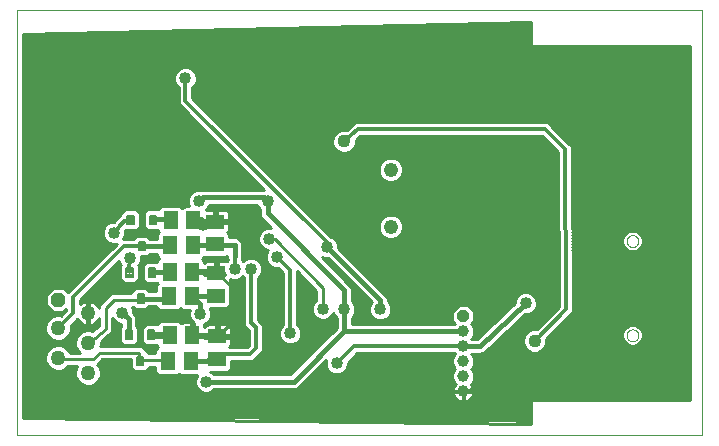
<source format=gbl>
G75*
%MOIN*%
%OFA0B0*%
%FSLAX25Y25*%
%IPPOS*%
%LPD*%
%AMOC8*
5,1,8,0,0,1.08239X$1,22.5*
%
%ADD10C,0.00000*%
%ADD11OC8,0.03962*%
%ADD12C,0.03962*%
%ADD13OC8,0.04750*%
%ADD14C,0.05000*%
%ADD15R,0.05118X0.05906*%
%ADD16C,0.04800*%
%ADD17C,0.00689*%
%ADD18R,0.05906X0.05118*%
%ADD19C,0.01000*%
%ADD20C,0.01600*%
%ADD21C,0.04000*%
%ADD22C,0.01200*%
%ADD23C,0.02400*%
%ADD24C,0.04362*%
D10*
X0001200Y0026800D02*
X0001200Y0168532D01*
X0229546Y0168532D01*
X0229546Y0026800D01*
X0001200Y0026800D01*
X0204349Y0060147D02*
X0204351Y0060235D01*
X0204357Y0060323D01*
X0204367Y0060411D01*
X0204381Y0060499D01*
X0204398Y0060585D01*
X0204420Y0060671D01*
X0204445Y0060755D01*
X0204475Y0060839D01*
X0204507Y0060921D01*
X0204544Y0061001D01*
X0204584Y0061080D01*
X0204628Y0061157D01*
X0204675Y0061232D01*
X0204725Y0061304D01*
X0204779Y0061375D01*
X0204835Y0061442D01*
X0204895Y0061508D01*
X0204957Y0061570D01*
X0205023Y0061630D01*
X0205090Y0061686D01*
X0205161Y0061740D01*
X0205233Y0061790D01*
X0205308Y0061837D01*
X0205385Y0061881D01*
X0205464Y0061921D01*
X0205544Y0061958D01*
X0205626Y0061990D01*
X0205710Y0062020D01*
X0205794Y0062045D01*
X0205880Y0062067D01*
X0205966Y0062084D01*
X0206054Y0062098D01*
X0206142Y0062108D01*
X0206230Y0062114D01*
X0206318Y0062116D01*
X0206406Y0062114D01*
X0206494Y0062108D01*
X0206582Y0062098D01*
X0206670Y0062084D01*
X0206756Y0062067D01*
X0206842Y0062045D01*
X0206926Y0062020D01*
X0207010Y0061990D01*
X0207092Y0061958D01*
X0207172Y0061921D01*
X0207251Y0061881D01*
X0207328Y0061837D01*
X0207403Y0061790D01*
X0207475Y0061740D01*
X0207546Y0061686D01*
X0207613Y0061630D01*
X0207679Y0061570D01*
X0207741Y0061508D01*
X0207801Y0061442D01*
X0207857Y0061375D01*
X0207911Y0061304D01*
X0207961Y0061232D01*
X0208008Y0061157D01*
X0208052Y0061080D01*
X0208092Y0061001D01*
X0208129Y0060921D01*
X0208161Y0060839D01*
X0208191Y0060755D01*
X0208216Y0060671D01*
X0208238Y0060585D01*
X0208255Y0060499D01*
X0208269Y0060411D01*
X0208279Y0060323D01*
X0208285Y0060235D01*
X0208287Y0060147D01*
X0208285Y0060059D01*
X0208279Y0059971D01*
X0208269Y0059883D01*
X0208255Y0059795D01*
X0208238Y0059709D01*
X0208216Y0059623D01*
X0208191Y0059539D01*
X0208161Y0059455D01*
X0208129Y0059373D01*
X0208092Y0059293D01*
X0208052Y0059214D01*
X0208008Y0059137D01*
X0207961Y0059062D01*
X0207911Y0058990D01*
X0207857Y0058919D01*
X0207801Y0058852D01*
X0207741Y0058786D01*
X0207679Y0058724D01*
X0207613Y0058664D01*
X0207546Y0058608D01*
X0207475Y0058554D01*
X0207403Y0058504D01*
X0207328Y0058457D01*
X0207251Y0058413D01*
X0207172Y0058373D01*
X0207092Y0058336D01*
X0207010Y0058304D01*
X0206926Y0058274D01*
X0206842Y0058249D01*
X0206756Y0058227D01*
X0206670Y0058210D01*
X0206582Y0058196D01*
X0206494Y0058186D01*
X0206406Y0058180D01*
X0206318Y0058178D01*
X0206230Y0058180D01*
X0206142Y0058186D01*
X0206054Y0058196D01*
X0205966Y0058210D01*
X0205880Y0058227D01*
X0205794Y0058249D01*
X0205710Y0058274D01*
X0205626Y0058304D01*
X0205544Y0058336D01*
X0205464Y0058373D01*
X0205385Y0058413D01*
X0205308Y0058457D01*
X0205233Y0058504D01*
X0205161Y0058554D01*
X0205090Y0058608D01*
X0205023Y0058664D01*
X0204957Y0058724D01*
X0204895Y0058786D01*
X0204835Y0058852D01*
X0204779Y0058919D01*
X0204725Y0058990D01*
X0204675Y0059062D01*
X0204628Y0059137D01*
X0204584Y0059214D01*
X0204544Y0059293D01*
X0204507Y0059373D01*
X0204475Y0059455D01*
X0204445Y0059539D01*
X0204420Y0059623D01*
X0204398Y0059709D01*
X0204381Y0059795D01*
X0204367Y0059883D01*
X0204357Y0059971D01*
X0204351Y0060059D01*
X0204349Y0060147D01*
X0204349Y0091564D02*
X0204351Y0091652D01*
X0204357Y0091740D01*
X0204367Y0091828D01*
X0204381Y0091916D01*
X0204398Y0092002D01*
X0204420Y0092088D01*
X0204445Y0092172D01*
X0204475Y0092256D01*
X0204507Y0092338D01*
X0204544Y0092418D01*
X0204584Y0092497D01*
X0204628Y0092574D01*
X0204675Y0092649D01*
X0204725Y0092721D01*
X0204779Y0092792D01*
X0204835Y0092859D01*
X0204895Y0092925D01*
X0204957Y0092987D01*
X0205023Y0093047D01*
X0205090Y0093103D01*
X0205161Y0093157D01*
X0205233Y0093207D01*
X0205308Y0093254D01*
X0205385Y0093298D01*
X0205464Y0093338D01*
X0205544Y0093375D01*
X0205626Y0093407D01*
X0205710Y0093437D01*
X0205794Y0093462D01*
X0205880Y0093484D01*
X0205966Y0093501D01*
X0206054Y0093515D01*
X0206142Y0093525D01*
X0206230Y0093531D01*
X0206318Y0093533D01*
X0206406Y0093531D01*
X0206494Y0093525D01*
X0206582Y0093515D01*
X0206670Y0093501D01*
X0206756Y0093484D01*
X0206842Y0093462D01*
X0206926Y0093437D01*
X0207010Y0093407D01*
X0207092Y0093375D01*
X0207172Y0093338D01*
X0207251Y0093298D01*
X0207328Y0093254D01*
X0207403Y0093207D01*
X0207475Y0093157D01*
X0207546Y0093103D01*
X0207613Y0093047D01*
X0207679Y0092987D01*
X0207741Y0092925D01*
X0207801Y0092859D01*
X0207857Y0092792D01*
X0207911Y0092721D01*
X0207961Y0092649D01*
X0208008Y0092574D01*
X0208052Y0092497D01*
X0208092Y0092418D01*
X0208129Y0092338D01*
X0208161Y0092256D01*
X0208191Y0092172D01*
X0208216Y0092088D01*
X0208238Y0092002D01*
X0208255Y0091916D01*
X0208269Y0091828D01*
X0208279Y0091740D01*
X0208285Y0091652D01*
X0208287Y0091564D01*
X0208285Y0091476D01*
X0208279Y0091388D01*
X0208269Y0091300D01*
X0208255Y0091212D01*
X0208238Y0091126D01*
X0208216Y0091040D01*
X0208191Y0090956D01*
X0208161Y0090872D01*
X0208129Y0090790D01*
X0208092Y0090710D01*
X0208052Y0090631D01*
X0208008Y0090554D01*
X0207961Y0090479D01*
X0207911Y0090407D01*
X0207857Y0090336D01*
X0207801Y0090269D01*
X0207741Y0090203D01*
X0207679Y0090141D01*
X0207613Y0090081D01*
X0207546Y0090025D01*
X0207475Y0089971D01*
X0207403Y0089921D01*
X0207328Y0089874D01*
X0207251Y0089830D01*
X0207172Y0089790D01*
X0207092Y0089753D01*
X0207010Y0089721D01*
X0206926Y0089691D01*
X0206842Y0089666D01*
X0206756Y0089644D01*
X0206670Y0089627D01*
X0206582Y0089613D01*
X0206494Y0089603D01*
X0206406Y0089597D01*
X0206318Y0089595D01*
X0206230Y0089597D01*
X0206142Y0089603D01*
X0206054Y0089613D01*
X0205966Y0089627D01*
X0205880Y0089644D01*
X0205794Y0089666D01*
X0205710Y0089691D01*
X0205626Y0089721D01*
X0205544Y0089753D01*
X0205464Y0089790D01*
X0205385Y0089830D01*
X0205308Y0089874D01*
X0205233Y0089921D01*
X0205161Y0089971D01*
X0205090Y0090025D01*
X0205023Y0090081D01*
X0204957Y0090141D01*
X0204895Y0090203D01*
X0204835Y0090269D01*
X0204779Y0090336D01*
X0204725Y0090407D01*
X0204675Y0090479D01*
X0204628Y0090554D01*
X0204584Y0090631D01*
X0204544Y0090710D01*
X0204507Y0090790D01*
X0204475Y0090872D01*
X0204445Y0090956D01*
X0204420Y0091040D01*
X0204398Y0091126D01*
X0204381Y0091212D01*
X0204367Y0091300D01*
X0204357Y0091388D01*
X0204351Y0091476D01*
X0204349Y0091564D01*
D11*
X0149948Y0066493D03*
D12*
X0149948Y0061493D03*
X0149948Y0056493D03*
X0149948Y0051493D03*
X0149948Y0046493D03*
X0149948Y0041493D03*
D13*
X0014850Y0071935D03*
D14*
X0024850Y0067560D03*
X0014850Y0062560D03*
X0024850Y0057560D03*
X0014850Y0052560D03*
X0024850Y0047560D03*
D15*
X0051550Y0051544D03*
X0059031Y0051544D03*
X0059535Y0060233D03*
X0052054Y0060233D03*
X0051865Y0073304D03*
X0059346Y0073304D03*
X0059472Y0081367D03*
X0051991Y0081367D03*
X0052176Y0090229D03*
X0059657Y0090229D03*
X0059854Y0098674D03*
X0052373Y0098674D03*
D16*
X0125767Y0096300D03*
X0125767Y0115300D03*
D17*
X0047492Y0100070D02*
X0045424Y0100070D01*
X0047492Y0100070D02*
X0047492Y0097216D01*
X0045424Y0097216D01*
X0045424Y0100070D01*
X0045424Y0097904D02*
X0047492Y0097904D01*
X0047492Y0098592D02*
X0045424Y0098592D01*
X0045424Y0099280D02*
X0047492Y0099280D01*
X0047492Y0099968D02*
X0045424Y0099968D01*
X0039992Y0100071D02*
X0037924Y0100071D01*
X0039992Y0100071D02*
X0039992Y0097217D01*
X0037924Y0097217D01*
X0037924Y0100071D01*
X0037924Y0097905D02*
X0039992Y0097905D01*
X0039992Y0098593D02*
X0037924Y0098593D01*
X0037924Y0099281D02*
X0039992Y0099281D01*
X0039992Y0099969D02*
X0037924Y0099969D01*
X0041674Y0091320D02*
X0043742Y0091320D01*
X0043742Y0088466D01*
X0041674Y0088466D01*
X0041674Y0091320D01*
X0041674Y0089154D02*
X0043742Y0089154D01*
X0043742Y0089842D02*
X0041674Y0089842D01*
X0041674Y0090530D02*
X0043742Y0090530D01*
X0043742Y0091218D02*
X0041674Y0091218D01*
X0039669Y0082571D02*
X0037601Y0082571D01*
X0039669Y0082571D02*
X0039669Y0079717D01*
X0037601Y0079717D01*
X0037601Y0082571D01*
X0037601Y0080405D02*
X0039669Y0080405D01*
X0039669Y0081093D02*
X0037601Y0081093D01*
X0037601Y0081781D02*
X0039669Y0081781D01*
X0039669Y0082469D02*
X0037601Y0082469D01*
X0045101Y0082570D02*
X0047169Y0082570D01*
X0047169Y0079716D01*
X0045101Y0079716D01*
X0045101Y0082570D01*
X0045101Y0080404D02*
X0047169Y0080404D01*
X0047169Y0081092D02*
X0045101Y0081092D01*
X0045101Y0081780D02*
X0047169Y0081780D01*
X0047169Y0082468D02*
X0045101Y0082468D01*
X0043419Y0073820D02*
X0041351Y0073820D01*
X0043419Y0073820D02*
X0043419Y0070966D01*
X0041351Y0070966D01*
X0041351Y0073820D01*
X0041351Y0071654D02*
X0043419Y0071654D01*
X0043419Y0072342D02*
X0041351Y0072342D01*
X0041351Y0073030D02*
X0043419Y0073030D01*
X0043419Y0073718D02*
X0041351Y0073718D01*
X0039488Y0061760D02*
X0037420Y0061760D01*
X0039488Y0061760D02*
X0039488Y0058906D01*
X0037420Y0058906D01*
X0037420Y0061760D01*
X0037420Y0059594D02*
X0039488Y0059594D01*
X0039488Y0060282D02*
X0037420Y0060282D01*
X0037420Y0060970D02*
X0039488Y0060970D01*
X0039488Y0061658D02*
X0037420Y0061658D01*
X0044920Y0061759D02*
X0046988Y0061759D01*
X0046988Y0058905D01*
X0044920Y0058905D01*
X0044920Y0061759D01*
X0044920Y0059593D02*
X0046988Y0059593D01*
X0046988Y0060281D02*
X0044920Y0060281D01*
X0044920Y0060969D02*
X0046988Y0060969D01*
X0046988Y0061657D02*
X0044920Y0061657D01*
X0043238Y0053009D02*
X0041170Y0053009D01*
X0043238Y0053009D02*
X0043238Y0050155D01*
X0041170Y0050155D01*
X0041170Y0053009D01*
X0041170Y0050843D02*
X0043238Y0050843D01*
X0043238Y0051531D02*
X0041170Y0051531D01*
X0041170Y0052219D02*
X0043238Y0052219D01*
X0043238Y0052907D02*
X0041170Y0052907D01*
D18*
X0067885Y0052280D03*
X0067885Y0059761D03*
X0067649Y0073395D03*
X0067649Y0080875D03*
X0067271Y0090544D03*
X0067271Y0098025D03*
D19*
X0067200Y0098300D01*
X0063200Y0098300D01*
X0060600Y0098300D01*
X0059854Y0098674D01*
X0060354Y0098693D02*
X0062818Y0098693D01*
X0062818Y0098524D02*
X0066771Y0098524D01*
X0066771Y0097525D01*
X0063913Y0097525D01*
X0063913Y0098174D01*
X0060354Y0098174D01*
X0060354Y0099174D01*
X0062818Y0099174D01*
X0062818Y0098524D01*
X0063913Y0097694D02*
X0066771Y0097694D01*
X0066771Y0098525D02*
X0066771Y0102084D01*
X0064121Y0102084D01*
X0064114Y0102082D01*
X0064837Y0102804D01*
X0065208Y0103700D01*
X0081192Y0103700D01*
X0081563Y0102804D01*
X0082200Y0102167D01*
X0082200Y0100303D01*
X0082581Y0099384D01*
X0083284Y0098681D01*
X0085985Y0095980D01*
X0085936Y0096000D01*
X0084464Y0096000D01*
X0083104Y0095437D01*
X0082063Y0094396D01*
X0081500Y0093036D01*
X0081500Y0091564D01*
X0082063Y0090204D01*
X0083104Y0089163D01*
X0084464Y0088600D01*
X0084767Y0088600D01*
X0084563Y0088396D01*
X0084000Y0087036D01*
X0084000Y0085564D01*
X0084563Y0084204D01*
X0085604Y0083163D01*
X0086964Y0082600D01*
X0088147Y0082600D01*
X0089900Y0080847D01*
X0089900Y0063733D01*
X0089063Y0062896D01*
X0088500Y0061536D01*
X0088500Y0060064D01*
X0089063Y0058704D01*
X0090104Y0057663D01*
X0091464Y0057100D01*
X0092936Y0057100D01*
X0094296Y0057663D01*
X0095337Y0058704D01*
X0095900Y0060064D01*
X0095900Y0061536D01*
X0095337Y0062896D01*
X0094500Y0063733D01*
X0094500Y0081610D01*
X0100900Y0075009D01*
X0100900Y0071933D01*
X0099963Y0070996D01*
X0099400Y0069636D01*
X0099400Y0068164D01*
X0099963Y0066804D01*
X0101004Y0065763D01*
X0102364Y0065200D01*
X0103836Y0065200D01*
X0105196Y0065763D01*
X0106237Y0066804D01*
X0106629Y0067752D01*
X0107063Y0066704D01*
X0107700Y0066067D01*
X0107700Y0062529D01*
X0092289Y0047118D01*
X0066933Y0047118D01*
X0066296Y0047755D01*
X0065652Y0048021D01*
X0071542Y0048021D01*
X0072538Y0049017D01*
X0072538Y0051500D01*
X0079653Y0051500D01*
X0081000Y0052847D01*
X0083000Y0054847D01*
X0083000Y0063753D01*
X0081653Y0065100D01*
X0081500Y0065253D01*
X0081500Y0079367D01*
X0082337Y0080204D01*
X0082900Y0081564D01*
X0082900Y0083036D01*
X0082337Y0084396D01*
X0081296Y0085437D01*
X0079936Y0086000D01*
X0078464Y0086000D01*
X0077104Y0085437D01*
X0076450Y0084783D01*
X0076000Y0085233D01*
X0076000Y0085584D01*
X0076200Y0086067D01*
X0076200Y0090797D01*
X0075819Y0091716D01*
X0075116Y0092419D01*
X0074197Y0092800D01*
X0073203Y0092800D01*
X0072166Y0092800D01*
X0072137Y0092811D01*
X0071924Y0092806D01*
X0071924Y0093807D01*
X0071305Y0094426D01*
X0071424Y0094544D01*
X0071621Y0094886D01*
X0071724Y0095268D01*
X0071724Y0097525D01*
X0067771Y0097525D01*
X0067771Y0098524D01*
X0071724Y0098524D01*
X0071724Y0100781D01*
X0071621Y0101163D01*
X0071424Y0101505D01*
X0071145Y0101784D01*
X0070803Y0101981D01*
X0070421Y0102084D01*
X0067771Y0102084D01*
X0067771Y0098525D01*
X0066771Y0098525D01*
X0066771Y0098693D02*
X0067771Y0098693D01*
X0067771Y0099691D02*
X0066771Y0099691D01*
X0066771Y0100690D02*
X0067771Y0100690D01*
X0067771Y0101688D02*
X0066771Y0101688D01*
X0064719Y0102687D02*
X0081681Y0102687D01*
X0081198Y0103685D02*
X0065202Y0103685D01*
X0062503Y0108700D02*
X0062261Y0108600D01*
X0060964Y0108600D01*
X0059604Y0108037D01*
X0058563Y0106996D01*
X0058000Y0105636D01*
X0058000Y0104164D01*
X0058430Y0103127D01*
X0057097Y0103127D01*
X0056716Y0103025D01*
X0056373Y0102827D01*
X0056255Y0102708D01*
X0055636Y0103327D01*
X0049110Y0103327D01*
X0048114Y0102331D01*
X0048114Y0102115D01*
X0044578Y0102115D01*
X0043380Y0100917D01*
X0043380Y0096369D01*
X0044578Y0095172D01*
X0048114Y0095172D01*
X0048114Y0095017D01*
X0048581Y0094550D01*
X0047917Y0093886D01*
X0047917Y0092393D01*
X0045560Y0092393D01*
X0044588Y0093365D01*
X0040828Y0093365D01*
X0039763Y0092300D01*
X0036576Y0092300D01*
X0037100Y0093564D01*
X0037100Y0095036D01*
X0037219Y0095172D01*
X0040838Y0095172D01*
X0042036Y0096370D01*
X0042036Y0100918D01*
X0040838Y0102115D01*
X0037078Y0102115D01*
X0035880Y0100918D01*
X0035880Y0100537D01*
X0035796Y0100532D01*
X0035219Y0099872D01*
X0034600Y0099253D01*
X0034600Y0099164D01*
X0033581Y0098000D01*
X0032664Y0098000D01*
X0031304Y0097437D01*
X0030263Y0096396D01*
X0029700Y0095036D01*
X0029700Y0093564D01*
X0030263Y0092204D01*
X0031304Y0091163D01*
X0032664Y0090600D01*
X0034136Y0090600D01*
X0034326Y0090679D01*
X0018947Y0075300D01*
X0018097Y0074450D01*
X0016537Y0076010D01*
X0013162Y0076010D01*
X0010775Y0073623D01*
X0010775Y0070247D01*
X0013162Y0067860D01*
X0016537Y0067860D01*
X0017600Y0068923D01*
X0017600Y0068453D01*
X0015842Y0066695D01*
X0015685Y0066760D01*
X0014014Y0066760D01*
X0012470Y0066121D01*
X0011289Y0064939D01*
X0010650Y0063395D01*
X0010650Y0061724D01*
X0011289Y0060181D01*
X0012470Y0058999D01*
X0014014Y0058360D01*
X0015685Y0058360D01*
X0017229Y0058999D01*
X0018410Y0060181D01*
X0019050Y0061724D01*
X0019050Y0063395D01*
X0019049Y0063397D01*
X0021310Y0065657D01*
X0021743Y0065010D01*
X0022300Y0064453D01*
X0022955Y0064015D01*
X0023683Y0063714D01*
X0024456Y0063560D01*
X0024562Y0063560D01*
X0024562Y0067272D01*
X0025137Y0067272D01*
X0025137Y0063560D01*
X0025244Y0063560D01*
X0026016Y0063714D01*
X0026744Y0064015D01*
X0027399Y0064453D01*
X0027957Y0065010D01*
X0028394Y0065665D01*
X0028500Y0065920D01*
X0028500Y0063333D01*
X0026299Y0061506D01*
X0025685Y0061760D01*
X0024014Y0061760D01*
X0022470Y0061121D01*
X0021289Y0059939D01*
X0020650Y0058395D01*
X0020650Y0056724D01*
X0021289Y0055181D01*
X0022170Y0054300D01*
X0018675Y0054300D01*
X0018410Y0054939D01*
X0017229Y0056121D01*
X0015685Y0056760D01*
X0014014Y0056760D01*
X0012470Y0056121D01*
X0011289Y0054939D01*
X0010650Y0053395D01*
X0010650Y0051724D01*
X0011289Y0050181D01*
X0012470Y0048999D01*
X0014014Y0048360D01*
X0015685Y0048360D01*
X0017229Y0048999D01*
X0018129Y0049900D01*
X0021273Y0049900D01*
X0020650Y0048395D01*
X0020650Y0046724D01*
X0021289Y0045181D01*
X0022470Y0043999D01*
X0024014Y0043360D01*
X0025685Y0043360D01*
X0027229Y0043999D01*
X0028410Y0045181D01*
X0029050Y0046724D01*
X0029050Y0048395D01*
X0028410Y0049939D01*
X0027930Y0050419D01*
X0028700Y0051189D01*
X0029611Y0052100D01*
X0039126Y0052100D01*
X0039126Y0049308D01*
X0040324Y0048111D01*
X0044084Y0048111D01*
X0045282Y0049308D01*
X0045282Y0049700D01*
X0047291Y0049700D01*
X0047291Y0047887D01*
X0048287Y0046891D01*
X0054814Y0046891D01*
X0055291Y0047368D01*
X0055767Y0046891D01*
X0061241Y0046891D01*
X0061063Y0046714D01*
X0060500Y0045354D01*
X0060500Y0043882D01*
X0061063Y0042522D01*
X0062104Y0041481D01*
X0063464Y0040918D01*
X0064936Y0040918D01*
X0066296Y0041481D01*
X0066933Y0042118D01*
X0093822Y0042118D01*
X0094741Y0042498D01*
X0104157Y0051914D01*
X0104000Y0051536D01*
X0104000Y0050064D01*
X0104563Y0048704D01*
X0105604Y0047663D01*
X0106964Y0047100D01*
X0108436Y0047100D01*
X0109796Y0047663D01*
X0110837Y0048704D01*
X0111400Y0050064D01*
X0111400Y0051047D01*
X0114553Y0054200D01*
X0147035Y0054200D01*
X0147242Y0053993D01*
X0146827Y0053578D01*
X0146267Y0052225D01*
X0146267Y0050761D01*
X0146827Y0049408D01*
X0147242Y0048993D01*
X0146827Y0048578D01*
X0146267Y0047225D01*
X0146267Y0045761D01*
X0146827Y0044408D01*
X0147384Y0043852D01*
X0147244Y0043712D01*
X0146863Y0043142D01*
X0146601Y0042508D01*
X0146467Y0041836D01*
X0146467Y0041584D01*
X0149857Y0041584D01*
X0149857Y0041402D01*
X0150039Y0041402D01*
X0150039Y0041584D01*
X0153429Y0041584D01*
X0153429Y0041836D01*
X0153295Y0042508D01*
X0153033Y0043142D01*
X0152652Y0043712D01*
X0152512Y0043852D01*
X0153069Y0044408D01*
X0153629Y0045761D01*
X0153629Y0047225D01*
X0153069Y0048578D01*
X0152654Y0048993D01*
X0153069Y0049408D01*
X0153629Y0050761D01*
X0153629Y0052225D01*
X0153069Y0053578D01*
X0152654Y0053993D01*
X0155351Y0053993D01*
X0155806Y0053978D01*
X0155846Y0053993D01*
X0155890Y0053993D01*
X0156311Y0054167D01*
X0156737Y0054327D01*
X0156769Y0054357D01*
X0156809Y0054374D01*
X0157131Y0054695D01*
X0170403Y0067100D01*
X0171436Y0067100D01*
X0172796Y0067663D01*
X0173837Y0068704D01*
X0174400Y0070064D01*
X0174400Y0071536D01*
X0173837Y0072896D01*
X0172796Y0073937D01*
X0171436Y0074500D01*
X0169964Y0074500D01*
X0168604Y0073937D01*
X0167563Y0072896D01*
X0167000Y0071536D01*
X0167000Y0070764D01*
X0154406Y0058993D01*
X0152654Y0058993D01*
X0153069Y0059408D01*
X0153629Y0060761D01*
X0153629Y0062225D01*
X0153069Y0063578D01*
X0152654Y0063993D01*
X0153629Y0064968D01*
X0153629Y0068018D01*
X0151473Y0070174D01*
X0148423Y0070174D01*
X0146267Y0068018D01*
X0146267Y0064968D01*
X0147242Y0063993D01*
X0112700Y0063993D01*
X0112700Y0066067D01*
X0113337Y0066704D01*
X0113900Y0068064D01*
X0113900Y0069536D01*
X0113337Y0070896D01*
X0112700Y0071533D01*
X0112700Y0075797D01*
X0112319Y0076716D01*
X0111616Y0077419D01*
X0102791Y0086245D01*
X0103864Y0085800D01*
X0104764Y0085800D01*
X0119366Y0071199D01*
X0119063Y0070896D01*
X0118500Y0069536D01*
X0118500Y0068064D01*
X0119063Y0066704D01*
X0120104Y0065663D01*
X0121464Y0065100D01*
X0122936Y0065100D01*
X0124296Y0065663D01*
X0125337Y0066704D01*
X0125900Y0068064D01*
X0125900Y0069536D01*
X0125337Y0070896D01*
X0124700Y0071533D01*
X0124700Y0072397D01*
X0124319Y0073316D01*
X0123616Y0074019D01*
X0108300Y0089336D01*
X0108300Y0090236D01*
X0107737Y0091596D01*
X0106696Y0092637D01*
X0105706Y0093047D01*
X0059600Y0139153D01*
X0059600Y0142867D01*
X0060437Y0143704D01*
X0061000Y0145064D01*
X0061000Y0146536D01*
X0060437Y0147896D01*
X0059396Y0148937D01*
X0058036Y0149500D01*
X0056564Y0149500D01*
X0055204Y0148937D01*
X0054163Y0147896D01*
X0053600Y0146536D01*
X0053600Y0145064D01*
X0054163Y0143704D01*
X0055000Y0142867D01*
X0055000Y0137247D01*
X0083547Y0108700D01*
X0062503Y0108700D01*
X0062449Y0108678D02*
X0003169Y0108678D01*
X0003169Y0107680D02*
X0059247Y0107680D01*
X0058433Y0106681D02*
X0003169Y0106681D01*
X0003169Y0105682D02*
X0058019Y0105682D01*
X0058000Y0104684D02*
X0003169Y0104684D01*
X0003169Y0103685D02*
X0058198Y0103685D01*
X0048470Y0102687D02*
X0003169Y0102687D01*
X0003169Y0101688D02*
X0036651Y0101688D01*
X0035880Y0100690D02*
X0003169Y0100690D01*
X0003169Y0099691D02*
X0035039Y0099691D01*
X0034188Y0098693D02*
X0003169Y0098693D01*
X0003169Y0097694D02*
X0031926Y0097694D01*
X0030563Y0096696D02*
X0003169Y0096696D01*
X0003169Y0095697D02*
X0029974Y0095697D01*
X0029700Y0094699D02*
X0003169Y0094699D01*
X0003169Y0093700D02*
X0029700Y0093700D01*
X0030057Y0092702D02*
X0003169Y0092702D01*
X0003169Y0091703D02*
X0030764Y0091703D01*
X0032411Y0090705D02*
X0003169Y0090705D01*
X0003169Y0089706D02*
X0033354Y0089706D01*
X0032355Y0088708D02*
X0003169Y0088708D01*
X0003169Y0087709D02*
X0031357Y0087709D01*
X0030358Y0086711D02*
X0003169Y0086711D01*
X0003169Y0085712D02*
X0029359Y0085712D01*
X0028361Y0084714D02*
X0003169Y0084714D01*
X0003169Y0083715D02*
X0027362Y0083715D01*
X0026364Y0082717D02*
X0003169Y0082717D01*
X0003169Y0081718D02*
X0025365Y0081718D01*
X0024367Y0080720D02*
X0003169Y0080720D01*
X0003169Y0079721D02*
X0023368Y0079721D01*
X0022370Y0078723D02*
X0003169Y0078723D01*
X0003169Y0077724D02*
X0021371Y0077724D01*
X0020373Y0076726D02*
X0003169Y0076726D01*
X0003169Y0075727D02*
X0012879Y0075727D01*
X0011880Y0074729D02*
X0003169Y0074729D01*
X0003169Y0073730D02*
X0010882Y0073730D01*
X0010775Y0072732D02*
X0003169Y0072732D01*
X0003169Y0071733D02*
X0010775Y0071733D01*
X0010775Y0070735D02*
X0003169Y0070735D01*
X0003169Y0069736D02*
X0011286Y0069736D01*
X0012285Y0068738D02*
X0003169Y0068738D01*
X0003169Y0067739D02*
X0016886Y0067739D01*
X0017415Y0068738D02*
X0017600Y0068738D01*
X0015888Y0066741D02*
X0015732Y0066741D01*
X0013967Y0066741D02*
X0003169Y0066741D01*
X0003169Y0065742D02*
X0012092Y0065742D01*
X0011208Y0064744D02*
X0003169Y0064744D01*
X0003169Y0063745D02*
X0010794Y0063745D01*
X0010650Y0062747D02*
X0003169Y0062747D01*
X0003169Y0061748D02*
X0010650Y0061748D01*
X0011053Y0060749D02*
X0003169Y0060749D01*
X0003169Y0059751D02*
X0011719Y0059751D01*
X0013067Y0058752D02*
X0003169Y0058752D01*
X0003169Y0057754D02*
X0020650Y0057754D01*
X0020650Y0056755D02*
X0015696Y0056755D01*
X0014003Y0056755D02*
X0003169Y0056755D01*
X0003169Y0055757D02*
X0012107Y0055757D01*
X0011214Y0054758D02*
X0003169Y0054758D01*
X0003169Y0053760D02*
X0010801Y0053760D01*
X0010650Y0052761D02*
X0003169Y0052761D01*
X0003169Y0051763D02*
X0010650Y0051763D01*
X0011047Y0050764D02*
X0003169Y0050764D01*
X0003169Y0049766D02*
X0011704Y0049766D01*
X0013031Y0048767D02*
X0003169Y0048767D01*
X0003169Y0047769D02*
X0020650Y0047769D01*
X0020650Y0046770D02*
X0003169Y0046770D01*
X0003169Y0045772D02*
X0021044Y0045772D01*
X0021697Y0044773D02*
X0003169Y0044773D01*
X0003169Y0043775D02*
X0023013Y0043775D01*
X0026687Y0043775D02*
X0060544Y0043775D01*
X0060500Y0044773D02*
X0028003Y0044773D01*
X0028655Y0045772D02*
X0060673Y0045772D01*
X0061120Y0046770D02*
X0029050Y0046770D01*
X0029050Y0047769D02*
X0047410Y0047769D01*
X0047291Y0048767D02*
X0044741Y0048767D01*
X0042204Y0051582D02*
X0041900Y0054300D01*
X0028700Y0054300D01*
X0026500Y0052100D01*
X0015500Y0052100D01*
X0014850Y0052560D01*
X0017995Y0049766D02*
X0021217Y0049766D01*
X0020804Y0048767D02*
X0016669Y0048767D01*
X0018485Y0054758D02*
X0021711Y0054758D01*
X0021050Y0055757D02*
X0017592Y0055757D01*
X0016633Y0058752D02*
X0020798Y0058752D01*
X0021211Y0059751D02*
X0017980Y0059751D01*
X0018646Y0060749D02*
X0022099Y0060749D01*
X0023985Y0061748D02*
X0019050Y0061748D01*
X0019050Y0062747D02*
X0027794Y0062747D01*
X0028500Y0063745D02*
X0026092Y0063745D01*
X0025137Y0063745D02*
X0024562Y0063745D01*
X0023607Y0063745D02*
X0019398Y0063745D01*
X0020396Y0064744D02*
X0022009Y0064744D01*
X0024562Y0064744D02*
X0025137Y0064744D01*
X0025137Y0065742D02*
X0024562Y0065742D01*
X0024562Y0066741D02*
X0025137Y0066741D01*
X0025137Y0067847D02*
X0024562Y0067847D01*
X0024562Y0071560D01*
X0024456Y0071560D01*
X0023683Y0071406D01*
X0022955Y0071105D01*
X0022300Y0070667D01*
X0022200Y0070567D01*
X0022200Y0072047D01*
X0035063Y0084911D01*
X0035563Y0083704D01*
X0035703Y0083564D01*
X0035557Y0083418D01*
X0035557Y0078870D01*
X0036755Y0077672D01*
X0040515Y0077672D01*
X0041713Y0078870D01*
X0041713Y0083418D01*
X0041632Y0083499D01*
X0041837Y0083704D01*
X0042400Y0085064D01*
X0042400Y0086422D01*
X0044588Y0086422D01*
X0045560Y0087393D01*
X0047917Y0087393D01*
X0047917Y0086572D01*
X0048599Y0085891D01*
X0047732Y0085024D01*
X0047732Y0084615D01*
X0044255Y0084615D01*
X0043057Y0083417D01*
X0043057Y0078869D01*
X0044255Y0077672D01*
X0047771Y0077672D01*
X0048044Y0077399D01*
X0047606Y0076961D01*
X0047606Y0074893D01*
X0045237Y0074893D01*
X0044265Y0075865D01*
X0040505Y0075865D01*
X0039307Y0074667D01*
X0039307Y0074100D01*
X0032489Y0074100D01*
X0028500Y0070111D01*
X0028500Y0069200D01*
X0028394Y0069455D01*
X0027957Y0070110D01*
X0027399Y0070667D01*
X0026744Y0071105D01*
X0026016Y0071406D01*
X0025244Y0071560D01*
X0025137Y0071560D01*
X0025137Y0067847D01*
X0025137Y0068738D02*
X0024562Y0068738D01*
X0024562Y0069736D02*
X0025137Y0069736D01*
X0025137Y0070735D02*
X0024562Y0070735D01*
X0022401Y0070735D02*
X0022200Y0070735D01*
X0022200Y0071733D02*
X0030122Y0071733D01*
X0031120Y0072732D02*
X0022884Y0072732D01*
X0023883Y0073730D02*
X0032119Y0073730D01*
X0033400Y0071900D02*
X0030700Y0069200D01*
X0030700Y0062300D01*
X0025400Y0057900D01*
X0024900Y0057600D01*
X0024850Y0057560D01*
X0029050Y0057754D02*
X0035681Y0057754D01*
X0035376Y0058059D02*
X0036574Y0056861D01*
X0040334Y0056861D01*
X0041532Y0058059D01*
X0041532Y0062607D01*
X0040954Y0063185D01*
X0040954Y0065943D01*
X0040573Y0066862D01*
X0039900Y0067536D01*
X0039900Y0068436D01*
X0039376Y0069700D01*
X0039726Y0069700D01*
X0040505Y0068922D01*
X0044265Y0068922D01*
X0045237Y0069893D01*
X0047606Y0069893D01*
X0047606Y0069647D01*
X0048602Y0068651D01*
X0055129Y0068651D01*
X0055605Y0069128D01*
X0056082Y0068651D01*
X0058755Y0068651D01*
X0058500Y0068036D01*
X0058500Y0066564D01*
X0059063Y0065204D01*
X0060035Y0064233D01*
X0060035Y0060733D01*
X0063432Y0060733D01*
X0063432Y0060261D01*
X0067385Y0060261D01*
X0067385Y0063820D01*
X0064735Y0063820D01*
X0064353Y0063718D01*
X0064011Y0063520D01*
X0063732Y0063241D01*
X0063594Y0063001D01*
X0063594Y0063383D01*
X0063491Y0063765D01*
X0063461Y0063818D01*
X0064296Y0064163D01*
X0065337Y0065204D01*
X0065900Y0066564D01*
X0065900Y0068036D01*
X0065445Y0069136D01*
X0071306Y0069136D01*
X0072302Y0070131D01*
X0072302Y0076658D01*
X0071683Y0077276D01*
X0071802Y0077395D01*
X0071999Y0077737D01*
X0072102Y0078118D01*
X0072102Y0078957D01*
X0072964Y0078600D01*
X0074436Y0078600D01*
X0075796Y0079163D01*
X0076450Y0079818D01*
X0076900Y0079367D01*
X0076900Y0063347D01*
X0078400Y0061847D01*
X0078400Y0056753D01*
X0077747Y0056100D01*
X0071981Y0056100D01*
X0071919Y0056162D01*
X0072038Y0056281D01*
X0072236Y0056623D01*
X0072338Y0057004D01*
X0072338Y0059261D01*
X0068385Y0059261D01*
X0068385Y0060261D01*
X0067385Y0060261D01*
X0067385Y0059261D01*
X0063594Y0059261D01*
X0063594Y0059733D01*
X0060035Y0059733D01*
X0060035Y0060733D01*
X0059035Y0060733D01*
X0059035Y0064686D01*
X0056778Y0064686D01*
X0056397Y0064584D01*
X0056055Y0064386D01*
X0055936Y0064268D01*
X0055318Y0064886D01*
X0048791Y0064886D01*
X0047795Y0063890D01*
X0047795Y0063804D01*
X0044074Y0063804D01*
X0042876Y0062606D01*
X0042876Y0058058D01*
X0044074Y0056861D01*
X0047795Y0056861D01*
X0047795Y0056576D01*
X0048231Y0056141D01*
X0047291Y0055201D01*
X0047291Y0054100D01*
X0045038Y0054100D01*
X0044100Y0055038D01*
X0044100Y0055211D01*
X0044001Y0055311D01*
X0043985Y0055450D01*
X0043369Y0055942D01*
X0042811Y0056500D01*
X0042671Y0056500D01*
X0042561Y0056588D01*
X0041777Y0056500D01*
X0028957Y0056500D01*
X0029050Y0056724D01*
X0029050Y0058071D01*
X0031494Y0060100D01*
X0031611Y0060100D01*
X0032184Y0060672D01*
X0032806Y0061189D01*
X0032817Y0061306D01*
X0032900Y0061389D01*
X0032900Y0062198D01*
X0032975Y0063004D01*
X0032900Y0063094D01*
X0032900Y0065998D01*
X0033063Y0065604D01*
X0034104Y0064563D01*
X0035464Y0064000D01*
X0035954Y0064000D01*
X0035954Y0063185D01*
X0035376Y0062607D01*
X0035376Y0058059D01*
X0035376Y0058752D02*
X0029871Y0058752D01*
X0031074Y0059751D02*
X0035376Y0059751D01*
X0035376Y0060749D02*
X0032276Y0060749D01*
X0032900Y0061748D02*
X0035376Y0061748D01*
X0035516Y0062747D02*
X0032951Y0062747D01*
X0032900Y0063745D02*
X0035954Y0063745D01*
X0033924Y0064744D02*
X0032900Y0064744D01*
X0032900Y0065742D02*
X0033006Y0065742D01*
X0028500Y0065742D02*
X0028426Y0065742D01*
X0028500Y0064744D02*
X0027690Y0064744D01*
X0026591Y0061748D02*
X0025714Y0061748D01*
X0029050Y0056755D02*
X0047795Y0056755D01*
X0047847Y0055757D02*
X0043601Y0055757D01*
X0044380Y0054758D02*
X0047291Y0054758D01*
X0051300Y0051900D02*
X0042500Y0051900D01*
X0042204Y0051582D01*
X0039126Y0051763D02*
X0029274Y0051763D01*
X0028276Y0050764D02*
X0039126Y0050764D01*
X0039126Y0049766D02*
X0028482Y0049766D01*
X0028896Y0048767D02*
X0039667Y0048767D01*
X0051300Y0051900D02*
X0051550Y0051544D01*
X0043180Y0057754D02*
X0041227Y0057754D01*
X0041532Y0058752D02*
X0042876Y0058752D01*
X0042876Y0059751D02*
X0041532Y0059751D01*
X0041532Y0060749D02*
X0042876Y0060749D01*
X0042876Y0061748D02*
X0041532Y0061748D01*
X0041392Y0062747D02*
X0043016Y0062747D01*
X0044015Y0063745D02*
X0040954Y0063745D01*
X0040954Y0064744D02*
X0048649Y0064744D01*
X0048516Y0068738D02*
X0039775Y0068738D01*
X0039900Y0067739D02*
X0058500Y0067739D01*
X0058500Y0066741D02*
X0040624Y0066741D01*
X0040954Y0065742D02*
X0058841Y0065742D01*
X0059524Y0064744D02*
X0055460Y0064744D01*
X0059035Y0063745D02*
X0060035Y0063745D01*
X0060035Y0062747D02*
X0059035Y0062747D01*
X0059035Y0061748D02*
X0060035Y0061748D01*
X0060035Y0060749D02*
X0059035Y0060749D01*
X0059535Y0060233D02*
X0060100Y0060700D01*
X0067800Y0060700D01*
X0067885Y0059761D01*
X0068900Y0059600D01*
X0068385Y0059751D02*
X0078400Y0059751D01*
X0078400Y0060749D02*
X0072338Y0060749D01*
X0072338Y0060261D02*
X0072338Y0062517D01*
X0072236Y0062899D01*
X0072038Y0063241D01*
X0071759Y0063520D01*
X0071417Y0063718D01*
X0071035Y0063820D01*
X0068385Y0063820D01*
X0068385Y0060261D01*
X0072338Y0060261D01*
X0072338Y0061748D02*
X0078400Y0061748D01*
X0077501Y0062747D02*
X0072276Y0062747D01*
X0072200Y0063800D02*
X0068900Y0060700D01*
X0067885Y0059761D01*
X0067385Y0059751D02*
X0060035Y0059751D01*
X0063497Y0063745D02*
X0064456Y0063745D01*
X0064876Y0064744D02*
X0076900Y0064744D01*
X0076900Y0065742D02*
X0065559Y0065742D01*
X0065900Y0066741D02*
X0076900Y0066741D01*
X0076900Y0067739D02*
X0065900Y0067739D01*
X0065609Y0068738D02*
X0076900Y0068738D01*
X0076900Y0069736D02*
X0071906Y0069736D01*
X0072302Y0070735D02*
X0076900Y0070735D01*
X0076900Y0071733D02*
X0072302Y0071733D01*
X0072302Y0072732D02*
X0076900Y0072732D01*
X0076900Y0073730D02*
X0072302Y0073730D01*
X0072302Y0074729D02*
X0076900Y0074729D01*
X0076900Y0075727D02*
X0072302Y0075727D01*
X0072700Y0076300D02*
X0072700Y0064300D01*
X0072200Y0063800D01*
X0071314Y0063745D02*
X0076900Y0063745D01*
X0075400Y0059600D02*
X0076500Y0059100D01*
X0078400Y0058752D02*
X0072338Y0058752D01*
X0072338Y0057754D02*
X0078400Y0057754D01*
X0078400Y0056755D02*
X0072271Y0056755D01*
X0068385Y0060749D02*
X0067385Y0060749D01*
X0067385Y0061748D02*
X0068385Y0061748D01*
X0068385Y0062747D02*
X0067385Y0062747D01*
X0067385Y0063745D02*
X0068385Y0063745D01*
X0081500Y0065742D02*
X0089900Y0065742D01*
X0089900Y0064744D02*
X0082009Y0064744D01*
X0083000Y0063745D02*
X0089900Y0063745D01*
X0089001Y0062747D02*
X0083000Y0062747D01*
X0083000Y0061748D02*
X0088588Y0061748D01*
X0088500Y0060749D02*
X0083000Y0060749D01*
X0083000Y0059751D02*
X0088630Y0059751D01*
X0089043Y0058752D02*
X0083000Y0058752D01*
X0083000Y0057754D02*
X0090014Y0057754D01*
X0094386Y0057754D02*
X0102925Y0057754D01*
X0101927Y0056755D02*
X0083000Y0056755D01*
X0083000Y0055757D02*
X0100928Y0055757D01*
X0099930Y0054758D02*
X0082911Y0054758D01*
X0081912Y0053760D02*
X0098931Y0053760D01*
X0097933Y0052761D02*
X0080914Y0052761D01*
X0079915Y0051763D02*
X0096934Y0051763D01*
X0095936Y0050764D02*
X0072538Y0050764D01*
X0072538Y0049766D02*
X0094937Y0049766D01*
X0093939Y0048767D02*
X0072288Y0048767D01*
X0066261Y0047769D02*
X0092940Y0047769D01*
X0097016Y0044773D02*
X0146676Y0044773D01*
X0146267Y0045772D02*
X0098014Y0045772D01*
X0099013Y0046770D02*
X0146267Y0046770D01*
X0146492Y0047769D02*
X0109901Y0047769D01*
X0110863Y0048767D02*
X0147016Y0048767D01*
X0146679Y0049766D02*
X0111276Y0049766D01*
X0111400Y0050764D02*
X0146267Y0050764D01*
X0146267Y0051763D02*
X0112115Y0051763D01*
X0113114Y0052761D02*
X0146489Y0052761D01*
X0147009Y0053760D02*
X0114112Y0053760D01*
X0105499Y0047769D02*
X0100011Y0047769D01*
X0101010Y0048767D02*
X0104537Y0048767D01*
X0104124Y0049766D02*
X0102008Y0049766D01*
X0103007Y0050764D02*
X0104000Y0050764D01*
X0104005Y0051763D02*
X0104094Y0051763D01*
X0103924Y0058752D02*
X0095357Y0058752D01*
X0095770Y0059751D02*
X0104922Y0059751D01*
X0105921Y0060749D02*
X0095900Y0060749D01*
X0095812Y0061748D02*
X0106919Y0061748D01*
X0107700Y0062747D02*
X0095399Y0062747D01*
X0094500Y0063745D02*
X0107700Y0063745D01*
X0107700Y0064744D02*
X0094500Y0064744D01*
X0094500Y0065742D02*
X0101056Y0065742D01*
X0100027Y0066741D02*
X0094500Y0066741D01*
X0094500Y0067739D02*
X0099576Y0067739D01*
X0099400Y0068738D02*
X0094500Y0068738D01*
X0094500Y0069736D02*
X0099441Y0069736D01*
X0099855Y0070735D02*
X0094500Y0070735D01*
X0094500Y0071733D02*
X0100700Y0071733D01*
X0100900Y0072732D02*
X0094500Y0072732D01*
X0094500Y0073730D02*
X0100900Y0073730D01*
X0100900Y0074729D02*
X0094500Y0074729D01*
X0094500Y0075727D02*
X0100203Y0075727D01*
X0099235Y0076726D02*
X0094500Y0076726D01*
X0094500Y0077724D02*
X0098267Y0077724D01*
X0097299Y0078723D02*
X0094500Y0078723D01*
X0094500Y0079721D02*
X0096331Y0079721D01*
X0095363Y0080720D02*
X0094500Y0080720D01*
X0089900Y0080720D02*
X0082550Y0080720D01*
X0082900Y0081718D02*
X0089029Y0081718D01*
X0086682Y0082717D02*
X0082900Y0082717D01*
X0082619Y0083715D02*
X0085052Y0083715D01*
X0084352Y0084714D02*
X0082019Y0084714D01*
X0080631Y0085712D02*
X0084000Y0085712D01*
X0084000Y0086711D02*
X0076200Y0086711D01*
X0076200Y0087709D02*
X0084279Y0087709D01*
X0084204Y0088708D02*
X0076200Y0088708D01*
X0076200Y0089706D02*
X0082561Y0089706D01*
X0081856Y0090705D02*
X0076200Y0090705D01*
X0075825Y0091703D02*
X0081500Y0091703D01*
X0081500Y0092702D02*
X0074434Y0092702D01*
X0071924Y0093700D02*
X0081775Y0093700D01*
X0082366Y0094699D02*
X0071513Y0094699D01*
X0071724Y0095697D02*
X0083733Y0095697D01*
X0085269Y0096696D02*
X0071724Y0096696D01*
X0071724Y0098693D02*
X0083272Y0098693D01*
X0082453Y0099691D02*
X0071724Y0099691D01*
X0071724Y0100690D02*
X0082200Y0100690D01*
X0082200Y0101688D02*
X0071240Y0101688D01*
X0067771Y0097694D02*
X0084270Y0097694D01*
X0085200Y0092300D02*
X0087200Y0092300D01*
X0103100Y0075900D01*
X0103100Y0068900D01*
X0106624Y0067739D02*
X0106635Y0067739D01*
X0107048Y0066741D02*
X0106173Y0066741D01*
X0105144Y0065742D02*
X0107700Y0065742D01*
X0112700Y0065742D02*
X0120025Y0065742D01*
X0119048Y0066741D02*
X0113352Y0066741D01*
X0113765Y0067739D02*
X0118635Y0067739D01*
X0118500Y0068738D02*
X0113900Y0068738D01*
X0113817Y0069736D02*
X0118583Y0069736D01*
X0118996Y0070735D02*
X0113404Y0070735D01*
X0112700Y0071733D02*
X0118831Y0071733D01*
X0117833Y0072732D02*
X0112700Y0072732D01*
X0112700Y0073730D02*
X0116834Y0073730D01*
X0115836Y0074729D02*
X0112700Y0074729D01*
X0112700Y0075727D02*
X0114837Y0075727D01*
X0113839Y0076726D02*
X0112310Y0076726D01*
X0112840Y0077724D02*
X0111311Y0077724D01*
X0111842Y0078723D02*
X0110313Y0078723D01*
X0110843Y0079721D02*
X0109314Y0079721D01*
X0109845Y0080720D02*
X0108316Y0080720D01*
X0108846Y0081718D02*
X0107317Y0081718D01*
X0107848Y0082717D02*
X0106319Y0082717D01*
X0106849Y0083715D02*
X0105320Y0083715D01*
X0105851Y0084714D02*
X0104322Y0084714D01*
X0104852Y0085712D02*
X0103323Y0085712D01*
X0104600Y0089500D02*
X0104700Y0090800D01*
X0106539Y0092702D02*
X0123740Y0092702D01*
X0123444Y0092824D02*
X0124951Y0092200D01*
X0126582Y0092200D01*
X0128089Y0092824D01*
X0129243Y0093978D01*
X0129867Y0095485D01*
X0129867Y0097116D01*
X0129243Y0098623D01*
X0128089Y0099776D01*
X0126582Y0100400D01*
X0124951Y0100400D01*
X0123444Y0099776D01*
X0122291Y0098623D01*
X0121667Y0097116D01*
X0121667Y0095485D01*
X0122291Y0093978D01*
X0123444Y0092824D01*
X0122568Y0093700D02*
X0105052Y0093700D01*
X0104054Y0094699D02*
X0121992Y0094699D01*
X0121667Y0095697D02*
X0103055Y0095697D01*
X0102057Y0096696D02*
X0121667Y0096696D01*
X0121907Y0097694D02*
X0101058Y0097694D01*
X0100060Y0098693D02*
X0122361Y0098693D01*
X0123360Y0099691D02*
X0099061Y0099691D01*
X0098063Y0100690D02*
X0181602Y0100690D01*
X0181593Y0101688D02*
X0097064Y0101688D01*
X0096066Y0102687D02*
X0181583Y0102687D01*
X0181574Y0103685D02*
X0095067Y0103685D01*
X0094069Y0104684D02*
X0181565Y0104684D01*
X0181555Y0105682D02*
X0093070Y0105682D01*
X0092072Y0106681D02*
X0181546Y0106681D01*
X0181537Y0107680D02*
X0091073Y0107680D01*
X0090075Y0108678D02*
X0181527Y0108678D01*
X0181518Y0109677D02*
X0089076Y0109677D01*
X0088078Y0110675D02*
X0181509Y0110675D01*
X0181499Y0111674D02*
X0127725Y0111674D01*
X0128089Y0111824D02*
X0129243Y0112978D01*
X0129867Y0114485D01*
X0129867Y0116116D01*
X0129243Y0117623D01*
X0128089Y0118776D01*
X0126582Y0119400D01*
X0124951Y0119400D01*
X0123444Y0118776D01*
X0122291Y0117623D01*
X0121667Y0116116D01*
X0121667Y0114485D01*
X0122291Y0112978D01*
X0123444Y0111824D01*
X0124951Y0111200D01*
X0126582Y0111200D01*
X0128089Y0111824D01*
X0128937Y0112672D02*
X0181490Y0112672D01*
X0181481Y0113671D02*
X0129530Y0113671D01*
X0129867Y0114669D02*
X0181471Y0114669D01*
X0181462Y0115668D02*
X0129867Y0115668D01*
X0129639Y0116666D02*
X0181453Y0116666D01*
X0181443Y0117665D02*
X0129201Y0117665D01*
X0128202Y0118663D02*
X0181434Y0118663D01*
X0181425Y0119662D02*
X0079091Y0119662D01*
X0078093Y0120660D02*
X0181415Y0120660D01*
X0181409Y0121339D02*
X0181891Y0069744D01*
X0174328Y0062181D01*
X0172928Y0062181D01*
X0171502Y0061590D01*
X0170410Y0060499D01*
X0169819Y0059072D01*
X0169819Y0057528D01*
X0170410Y0056102D01*
X0171502Y0055010D01*
X0172928Y0054419D01*
X0174472Y0054419D01*
X0175898Y0055010D01*
X0176990Y0056102D01*
X0177581Y0057528D01*
X0177581Y0058929D01*
X0185162Y0066509D01*
X0185174Y0066509D01*
X0185834Y0067181D01*
X0186500Y0067847D01*
X0186500Y0067860D01*
X0186509Y0067869D01*
X0186500Y0068810D01*
X0186500Y0069753D01*
X0186491Y0069762D01*
X0186000Y0122311D01*
X0186000Y0123253D01*
X0185991Y0123262D01*
X0185991Y0123274D01*
X0185319Y0123934D01*
X0179500Y0129753D01*
X0178153Y0131100D01*
X0114768Y0131100D01*
X0113884Y0131152D01*
X0113826Y0131100D01*
X0113747Y0131100D01*
X0113122Y0130474D01*
X0111062Y0128644D01*
X0110972Y0128681D01*
X0109428Y0128681D01*
X0108002Y0128090D01*
X0106910Y0126999D01*
X0106319Y0125572D01*
X0106319Y0124028D01*
X0106910Y0122602D01*
X0108002Y0121510D01*
X0109428Y0120919D01*
X0110972Y0120919D01*
X0112398Y0121510D01*
X0113490Y0122602D01*
X0114081Y0124028D01*
X0114081Y0125173D01*
X0115574Y0126500D01*
X0176247Y0126500D01*
X0181409Y0121339D01*
X0181089Y0121659D02*
X0112547Y0121659D01*
X0113513Y0122657D02*
X0180090Y0122657D01*
X0179092Y0123656D02*
X0113927Y0123656D01*
X0114081Y0124654D02*
X0178093Y0124654D01*
X0177095Y0125653D02*
X0114621Y0125653D01*
X0111067Y0128648D02*
X0111052Y0128648D01*
X0112191Y0129647D02*
X0069106Y0129647D01*
X0068107Y0130645D02*
X0113293Y0130645D01*
X0109348Y0128648D02*
X0070105Y0128648D01*
X0071103Y0127650D02*
X0107561Y0127650D01*
X0106766Y0126651D02*
X0072102Y0126651D01*
X0073100Y0125653D02*
X0106352Y0125653D01*
X0106319Y0124654D02*
X0074099Y0124654D01*
X0075097Y0123656D02*
X0106473Y0123656D01*
X0106887Y0122657D02*
X0076096Y0122657D01*
X0077094Y0121659D02*
X0107853Y0121659D01*
X0121895Y0116666D02*
X0082087Y0116666D01*
X0083085Y0115668D02*
X0121667Y0115668D01*
X0121667Y0114669D02*
X0084084Y0114669D01*
X0085082Y0113671D02*
X0122004Y0113671D01*
X0122597Y0112672D02*
X0086081Y0112672D01*
X0087079Y0111674D02*
X0123808Y0111674D01*
X0122333Y0117665D02*
X0081088Y0117665D01*
X0080090Y0118663D02*
X0123332Y0118663D01*
X0128174Y0099691D02*
X0181611Y0099691D01*
X0181621Y0098693D02*
X0129172Y0098693D01*
X0129627Y0097694D02*
X0181630Y0097694D01*
X0181639Y0096696D02*
X0129867Y0096696D01*
X0129867Y0095697D02*
X0181649Y0095697D01*
X0181658Y0094699D02*
X0129541Y0094699D01*
X0128965Y0093700D02*
X0181667Y0093700D01*
X0181677Y0092702D02*
X0127794Y0092702D01*
X0115917Y0081718D02*
X0181779Y0081718D01*
X0181788Y0080720D02*
X0116916Y0080720D01*
X0117914Y0079721D02*
X0181798Y0079721D01*
X0181807Y0078723D02*
X0118913Y0078723D01*
X0119911Y0077724D02*
X0181816Y0077724D01*
X0181826Y0076726D02*
X0120910Y0076726D01*
X0121908Y0075727D02*
X0181835Y0075727D01*
X0181844Y0074729D02*
X0122907Y0074729D01*
X0123905Y0073730D02*
X0168397Y0073730D01*
X0167495Y0072732D02*
X0124562Y0072732D01*
X0124700Y0071733D02*
X0167082Y0071733D01*
X0166969Y0070735D02*
X0125404Y0070735D01*
X0125817Y0069736D02*
X0147985Y0069736D01*
X0146987Y0068738D02*
X0125900Y0068738D01*
X0125765Y0067739D02*
X0146267Y0067739D01*
X0146267Y0066741D02*
X0125352Y0066741D01*
X0124375Y0065742D02*
X0146267Y0065742D01*
X0146492Y0064744D02*
X0112700Y0064744D01*
X0114919Y0082717D02*
X0181770Y0082717D01*
X0181761Y0083715D02*
X0113920Y0083715D01*
X0112922Y0084714D02*
X0181751Y0084714D01*
X0181742Y0085712D02*
X0111923Y0085712D01*
X0110925Y0086711D02*
X0181733Y0086711D01*
X0181723Y0087709D02*
X0109926Y0087709D01*
X0108928Y0088708D02*
X0181714Y0088708D01*
X0181705Y0089706D02*
X0108300Y0089706D01*
X0108106Y0090705D02*
X0181695Y0090705D01*
X0181686Y0091703D02*
X0107629Y0091703D01*
X0089900Y0079721D02*
X0081854Y0079721D01*
X0081500Y0078723D02*
X0089900Y0078723D01*
X0089900Y0077724D02*
X0081500Y0077724D01*
X0081500Y0076726D02*
X0089900Y0076726D01*
X0089900Y0075727D02*
X0081500Y0075727D01*
X0081500Y0074729D02*
X0089900Y0074729D01*
X0089900Y0073730D02*
X0081500Y0073730D01*
X0081500Y0072732D02*
X0089900Y0072732D01*
X0089900Y0071733D02*
X0081500Y0071733D01*
X0081500Y0070735D02*
X0089900Y0070735D01*
X0089900Y0069736D02*
X0081500Y0069736D01*
X0081500Y0068738D02*
X0089900Y0068738D01*
X0089900Y0067739D02*
X0081500Y0067739D01*
X0081500Y0066741D02*
X0089900Y0066741D01*
X0076900Y0076726D02*
X0072234Y0076726D01*
X0072700Y0076300D02*
X0068300Y0080700D01*
X0067649Y0080875D01*
X0067200Y0081800D01*
X0059500Y0081800D01*
X0059472Y0081367D01*
X0059972Y0081718D02*
X0063196Y0081718D01*
X0063196Y0081867D02*
X0063196Y0081375D01*
X0067149Y0081375D01*
X0067149Y0084934D01*
X0064499Y0084934D01*
X0064117Y0084832D01*
X0063775Y0084634D01*
X0063531Y0084390D01*
X0063531Y0084517D01*
X0063428Y0084899D01*
X0063231Y0085241D01*
X0062952Y0085520D01*
X0062854Y0085576D01*
X0062920Y0085576D01*
X0063629Y0086285D01*
X0070928Y0086285D01*
X0071200Y0086557D01*
X0071200Y0086067D01*
X0071400Y0085584D01*
X0071400Y0085233D01*
X0071037Y0084870D01*
X0070799Y0084934D01*
X0068149Y0084934D01*
X0068149Y0081375D01*
X0070078Y0081375D01*
X0070493Y0080375D01*
X0068149Y0080375D01*
X0068149Y0081375D01*
X0067149Y0081375D01*
X0067149Y0080375D01*
X0063531Y0080375D01*
X0063531Y0080867D01*
X0059972Y0080867D01*
X0059972Y0081867D01*
X0063196Y0081867D01*
X0063531Y0080720D02*
X0067149Y0080720D01*
X0067149Y0081718D02*
X0068149Y0081718D01*
X0068149Y0080720D02*
X0070350Y0080720D01*
X0072102Y0078723D02*
X0072668Y0078723D01*
X0071992Y0077724D02*
X0076900Y0077724D01*
X0076900Y0078723D02*
X0074732Y0078723D01*
X0076354Y0079721D02*
X0076546Y0079721D01*
X0076053Y0085712D02*
X0077769Y0085712D01*
X0071347Y0085712D02*
X0063056Y0085712D01*
X0063478Y0084714D02*
X0063913Y0084714D01*
X0067149Y0084714D02*
X0068149Y0084714D01*
X0068149Y0083715D02*
X0067149Y0083715D01*
X0067149Y0082717D02*
X0068149Y0082717D01*
X0055996Y0068738D02*
X0055215Y0068738D01*
X0047606Y0069736D02*
X0045080Y0069736D01*
X0042385Y0072393D02*
X0041900Y0071900D01*
X0033400Y0071900D01*
X0029123Y0070735D02*
X0027298Y0070735D01*
X0028206Y0069736D02*
X0028500Y0069736D01*
X0024881Y0074729D02*
X0039368Y0074729D01*
X0040367Y0075727D02*
X0025880Y0075727D01*
X0026878Y0076726D02*
X0047606Y0076726D01*
X0047606Y0075727D02*
X0044403Y0075727D01*
X0044202Y0077724D02*
X0040567Y0077724D01*
X0041566Y0078723D02*
X0043204Y0078723D01*
X0043057Y0079721D02*
X0041713Y0079721D01*
X0041713Y0080720D02*
X0043057Y0080720D01*
X0043057Y0081718D02*
X0041713Y0081718D01*
X0041713Y0082717D02*
X0043057Y0082717D01*
X0043355Y0083715D02*
X0041841Y0083715D01*
X0042255Y0084714D02*
X0047732Y0084714D01*
X0048421Y0085712D02*
X0042400Y0085712D01*
X0044877Y0086711D02*
X0047917Y0086711D01*
X0042708Y0089893D02*
X0042400Y0090000D01*
X0040164Y0092702D02*
X0036743Y0092702D01*
X0037100Y0093700D02*
X0047917Y0093700D01*
X0047917Y0092702D02*
X0045251Y0092702D01*
X0048432Y0094699D02*
X0037100Y0094699D01*
X0041363Y0095697D02*
X0044052Y0095697D01*
X0043380Y0096696D02*
X0042036Y0096696D01*
X0042036Y0097694D02*
X0043380Y0097694D01*
X0043380Y0098693D02*
X0042036Y0098693D01*
X0042036Y0099691D02*
X0043380Y0099691D01*
X0043380Y0100690D02*
X0042036Y0100690D01*
X0041265Y0101688D02*
X0044151Y0101688D01*
X0038958Y0098644D02*
X0038600Y0098300D01*
X0035145Y0084714D02*
X0034866Y0084714D01*
X0035559Y0083715D02*
X0033868Y0083715D01*
X0032869Y0082717D02*
X0035557Y0082717D01*
X0035557Y0081718D02*
X0031871Y0081718D01*
X0030872Y0080720D02*
X0035557Y0080720D01*
X0035557Y0079721D02*
X0029874Y0079721D01*
X0028875Y0078723D02*
X0035704Y0078723D01*
X0036703Y0077724D02*
X0027877Y0077724D01*
X0019374Y0075727D02*
X0016820Y0075727D01*
X0017819Y0074729D02*
X0018376Y0074729D01*
X0015500Y0063100D02*
X0014850Y0062560D01*
X0003169Y0042776D02*
X0060958Y0042776D01*
X0061807Y0041778D02*
X0003169Y0041778D01*
X0003169Y0040779D02*
X0146541Y0040779D01*
X0146601Y0040478D02*
X0146467Y0041150D01*
X0146467Y0041402D01*
X0149857Y0041402D01*
X0149857Y0038012D01*
X0149605Y0038012D01*
X0148933Y0038146D01*
X0148299Y0038408D01*
X0147729Y0038789D01*
X0147244Y0039274D01*
X0146863Y0039844D01*
X0146601Y0040478D01*
X0146905Y0039781D02*
X0003169Y0039781D01*
X0003169Y0038782D02*
X0147739Y0038782D01*
X0149857Y0038782D02*
X0150039Y0038782D01*
X0150039Y0038012D02*
X0150291Y0038012D01*
X0150963Y0038146D01*
X0151597Y0038408D01*
X0152167Y0038789D01*
X0152652Y0039274D01*
X0153033Y0039844D01*
X0153295Y0040478D01*
X0153429Y0041150D01*
X0153429Y0041402D01*
X0150039Y0041402D01*
X0150039Y0038012D01*
X0150039Y0039781D02*
X0149857Y0039781D01*
X0149857Y0040779D02*
X0150039Y0040779D01*
X0152991Y0039781D02*
X0225609Y0039781D01*
X0225609Y0040779D02*
X0153355Y0040779D01*
X0153429Y0041778D02*
X0225609Y0041778D01*
X0225609Y0042776D02*
X0153184Y0042776D01*
X0152589Y0043775D02*
X0225609Y0043775D01*
X0225609Y0044773D02*
X0153220Y0044773D01*
X0153629Y0045772D02*
X0225609Y0045772D01*
X0225609Y0046770D02*
X0153629Y0046770D01*
X0153404Y0047769D02*
X0225609Y0047769D01*
X0225609Y0048767D02*
X0152880Y0048767D01*
X0153217Y0049766D02*
X0225609Y0049766D01*
X0225609Y0050764D02*
X0153629Y0050764D01*
X0153629Y0051763D02*
X0225609Y0051763D01*
X0225609Y0052761D02*
X0153407Y0052761D01*
X0152887Y0053760D02*
X0225609Y0053760D01*
X0225609Y0054758D02*
X0175291Y0054758D01*
X0176646Y0055757D02*
X0225609Y0055757D01*
X0225609Y0056755D02*
X0207195Y0056755D01*
X0207008Y0056678D02*
X0208283Y0057206D01*
X0209259Y0058182D01*
X0209787Y0059457D01*
X0209787Y0060836D01*
X0209259Y0062111D01*
X0208283Y0063087D01*
X0207008Y0063615D01*
X0205628Y0063615D01*
X0204353Y0063087D01*
X0203378Y0062111D01*
X0202850Y0060836D01*
X0202850Y0059457D01*
X0203378Y0058182D01*
X0204353Y0057206D01*
X0205628Y0056678D01*
X0207008Y0056678D01*
X0205441Y0056755D02*
X0177261Y0056755D01*
X0177581Y0057754D02*
X0203806Y0057754D01*
X0203141Y0058752D02*
X0177581Y0058752D01*
X0178404Y0059751D02*
X0202850Y0059751D01*
X0202850Y0060749D02*
X0179402Y0060749D01*
X0180401Y0061748D02*
X0203227Y0061748D01*
X0204013Y0062747D02*
X0181399Y0062747D01*
X0182398Y0063745D02*
X0225609Y0063745D01*
X0225609Y0062747D02*
X0208623Y0062747D01*
X0209409Y0061748D02*
X0225609Y0061748D01*
X0225609Y0060749D02*
X0209787Y0060749D01*
X0209787Y0059751D02*
X0225609Y0059751D01*
X0225609Y0058752D02*
X0209495Y0058752D01*
X0208831Y0057754D02*
X0225609Y0057754D01*
X0225609Y0064744D02*
X0183396Y0064744D01*
X0184395Y0065742D02*
X0225609Y0065742D01*
X0225609Y0066741D02*
X0185401Y0066741D01*
X0186392Y0067739D02*
X0225609Y0067739D01*
X0225609Y0068738D02*
X0186501Y0068738D01*
X0186500Y0069736D02*
X0225609Y0069736D01*
X0225609Y0070735D02*
X0186482Y0070735D01*
X0186473Y0071733D02*
X0225609Y0071733D01*
X0225609Y0072732D02*
X0186463Y0072732D01*
X0186454Y0073730D02*
X0225609Y0073730D01*
X0225609Y0074729D02*
X0186445Y0074729D01*
X0186435Y0075727D02*
X0225609Y0075727D01*
X0225609Y0076726D02*
X0186426Y0076726D01*
X0186417Y0077724D02*
X0225609Y0077724D01*
X0225609Y0078723D02*
X0186407Y0078723D01*
X0186398Y0079721D02*
X0225609Y0079721D01*
X0225609Y0080720D02*
X0186389Y0080720D01*
X0186379Y0081718D02*
X0225609Y0081718D01*
X0225609Y0082717D02*
X0186370Y0082717D01*
X0186361Y0083715D02*
X0225609Y0083715D01*
X0225609Y0084714D02*
X0186351Y0084714D01*
X0186342Y0085712D02*
X0225609Y0085712D01*
X0225609Y0086711D02*
X0186333Y0086711D01*
X0186323Y0087709D02*
X0225609Y0087709D01*
X0225609Y0088708D02*
X0208367Y0088708D01*
X0208283Y0088623D02*
X0209259Y0089599D01*
X0209787Y0090874D01*
X0209787Y0092254D01*
X0209259Y0093529D01*
X0208283Y0094504D01*
X0207008Y0095032D01*
X0205628Y0095032D01*
X0204353Y0094504D01*
X0203378Y0093529D01*
X0202850Y0092254D01*
X0202850Y0090874D01*
X0203378Y0089599D01*
X0204353Y0088623D01*
X0205628Y0088095D01*
X0207008Y0088095D01*
X0208283Y0088623D01*
X0209303Y0089706D02*
X0225609Y0089706D01*
X0225609Y0090705D02*
X0209717Y0090705D01*
X0209787Y0091703D02*
X0225609Y0091703D01*
X0225609Y0092702D02*
X0209601Y0092702D01*
X0209087Y0093700D02*
X0225609Y0093700D01*
X0225609Y0094699D02*
X0207813Y0094699D01*
X0204823Y0094699D02*
X0186258Y0094699D01*
X0186249Y0095697D02*
X0225609Y0095697D01*
X0225609Y0096696D02*
X0186239Y0096696D01*
X0186230Y0097694D02*
X0225609Y0097694D01*
X0225609Y0098693D02*
X0186221Y0098693D01*
X0186211Y0099691D02*
X0225609Y0099691D01*
X0225609Y0100690D02*
X0186202Y0100690D01*
X0186193Y0101688D02*
X0225609Y0101688D01*
X0225609Y0102687D02*
X0186183Y0102687D01*
X0186174Y0103685D02*
X0225609Y0103685D01*
X0225609Y0104684D02*
X0186165Y0104684D01*
X0186155Y0105682D02*
X0225609Y0105682D01*
X0225609Y0106681D02*
X0186146Y0106681D01*
X0186137Y0107680D02*
X0225609Y0107680D01*
X0225609Y0108678D02*
X0186127Y0108678D01*
X0186118Y0109677D02*
X0225609Y0109677D01*
X0225609Y0110675D02*
X0186109Y0110675D01*
X0186099Y0111674D02*
X0225609Y0111674D01*
X0225609Y0112672D02*
X0186090Y0112672D01*
X0186081Y0113671D02*
X0225609Y0113671D01*
X0225609Y0114669D02*
X0186071Y0114669D01*
X0186062Y0115668D02*
X0225609Y0115668D01*
X0225609Y0116666D02*
X0186053Y0116666D01*
X0186043Y0117665D02*
X0225609Y0117665D01*
X0225609Y0118663D02*
X0186034Y0118663D01*
X0186025Y0119662D02*
X0225609Y0119662D01*
X0225609Y0120660D02*
X0186015Y0120660D01*
X0186006Y0121659D02*
X0225609Y0121659D01*
X0225609Y0122657D02*
X0186000Y0122657D01*
X0185602Y0123656D02*
X0225609Y0123656D01*
X0225609Y0124654D02*
X0184599Y0124654D01*
X0183600Y0125653D02*
X0225609Y0125653D01*
X0225609Y0126651D02*
X0182602Y0126651D01*
X0181603Y0127650D02*
X0225609Y0127650D01*
X0225609Y0128648D02*
X0180605Y0128648D01*
X0179606Y0129647D02*
X0225609Y0129647D01*
X0225609Y0130645D02*
X0178607Y0130645D01*
X0172460Y0156721D02*
X0225609Y0156721D01*
X0225609Y0038611D01*
X0172460Y0038611D01*
X0172460Y0030737D01*
X0003169Y0032706D01*
X0003169Y0160658D01*
X0172460Y0164595D01*
X0172429Y0164595D01*
X0172460Y0164595D02*
X0172460Y0156721D01*
X0172460Y0157605D02*
X0003169Y0157605D01*
X0003169Y0156607D02*
X0225609Y0156607D01*
X0225609Y0155608D02*
X0003169Y0155608D01*
X0003169Y0154610D02*
X0225609Y0154610D01*
X0225609Y0153611D02*
X0003169Y0153611D01*
X0003169Y0152613D02*
X0225609Y0152613D01*
X0225609Y0151614D02*
X0003169Y0151614D01*
X0003169Y0150616D02*
X0225609Y0150616D01*
X0225609Y0149617D02*
X0003169Y0149617D01*
X0003169Y0148618D02*
X0054886Y0148618D01*
X0054049Y0147620D02*
X0003169Y0147620D01*
X0003169Y0146621D02*
X0053635Y0146621D01*
X0053600Y0145623D02*
X0003169Y0145623D01*
X0003169Y0144624D02*
X0053782Y0144624D01*
X0054242Y0143626D02*
X0003169Y0143626D01*
X0003169Y0142627D02*
X0055000Y0142627D01*
X0055000Y0141629D02*
X0003169Y0141629D01*
X0003169Y0140630D02*
X0055000Y0140630D01*
X0055000Y0139632D02*
X0003169Y0139632D01*
X0003169Y0138633D02*
X0055000Y0138633D01*
X0055000Y0137635D02*
X0003169Y0137635D01*
X0003169Y0136636D02*
X0055611Y0136636D01*
X0056610Y0135638D02*
X0003169Y0135638D01*
X0003169Y0134639D02*
X0057608Y0134639D01*
X0058607Y0133641D02*
X0003169Y0133641D01*
X0003169Y0132642D02*
X0059605Y0132642D01*
X0060604Y0131644D02*
X0003169Y0131644D01*
X0003169Y0130645D02*
X0061602Y0130645D01*
X0062601Y0129647D02*
X0003169Y0129647D01*
X0003169Y0128648D02*
X0063599Y0128648D01*
X0064598Y0127650D02*
X0003169Y0127650D01*
X0003169Y0126651D02*
X0065596Y0126651D01*
X0066595Y0125653D02*
X0003169Y0125653D01*
X0003169Y0124654D02*
X0067593Y0124654D01*
X0068592Y0123656D02*
X0003169Y0123656D01*
X0003169Y0122657D02*
X0069590Y0122657D01*
X0070589Y0121659D02*
X0003169Y0121659D01*
X0003169Y0120660D02*
X0071587Y0120660D01*
X0072586Y0119662D02*
X0003169Y0119662D01*
X0003169Y0118663D02*
X0073584Y0118663D01*
X0074583Y0117665D02*
X0003169Y0117665D01*
X0003169Y0116666D02*
X0075581Y0116666D01*
X0076580Y0115668D02*
X0003169Y0115668D01*
X0003169Y0114669D02*
X0077578Y0114669D01*
X0078577Y0113671D02*
X0003169Y0113671D01*
X0003169Y0112672D02*
X0079575Y0112672D01*
X0080574Y0111674D02*
X0003169Y0111674D01*
X0003169Y0110675D02*
X0081572Y0110675D01*
X0082571Y0109677D02*
X0003169Y0109677D01*
X0038600Y0081800D02*
X0038635Y0081144D01*
X0066593Y0041778D02*
X0146467Y0041778D01*
X0146712Y0042776D02*
X0095019Y0042776D01*
X0096017Y0043775D02*
X0147307Y0043775D01*
X0152157Y0038782D02*
X0225609Y0038782D01*
X0180885Y0068738D02*
X0173851Y0068738D01*
X0174264Y0069736D02*
X0181883Y0069736D01*
X0181882Y0070735D02*
X0174400Y0070735D01*
X0174318Y0071733D02*
X0181872Y0071733D01*
X0181863Y0072732D02*
X0173905Y0072732D01*
X0173003Y0073730D02*
X0181854Y0073730D01*
X0179886Y0067739D02*
X0172872Y0067739D01*
X0170018Y0066741D02*
X0178888Y0066741D01*
X0177889Y0065742D02*
X0168950Y0065742D01*
X0167881Y0064744D02*
X0176891Y0064744D01*
X0175892Y0063745D02*
X0166813Y0063745D01*
X0165745Y0062747D02*
X0174894Y0062747D01*
X0171882Y0061748D02*
X0164676Y0061748D01*
X0163608Y0060749D02*
X0170661Y0060749D01*
X0170100Y0059751D02*
X0162540Y0059751D01*
X0161471Y0058752D02*
X0169819Y0058752D01*
X0169819Y0057754D02*
X0160403Y0057754D01*
X0159335Y0056755D02*
X0170139Y0056755D01*
X0170754Y0055757D02*
X0158267Y0055757D01*
X0157198Y0054758D02*
X0172109Y0054758D01*
X0159491Y0063745D02*
X0152902Y0063745D01*
X0153404Y0064744D02*
X0160559Y0064744D01*
X0161627Y0065742D02*
X0153629Y0065742D01*
X0153629Y0066741D02*
X0162696Y0066741D01*
X0163764Y0067739D02*
X0153629Y0067739D01*
X0152909Y0068738D02*
X0164832Y0068738D01*
X0165900Y0069736D02*
X0151911Y0069736D01*
X0147242Y0063993D02*
X0147242Y0063993D01*
X0153413Y0062747D02*
X0158422Y0062747D01*
X0157354Y0061748D02*
X0153629Y0061748D01*
X0153624Y0060749D02*
X0156286Y0060749D01*
X0155217Y0059751D02*
X0153211Y0059751D01*
X0152654Y0058993D02*
X0152654Y0058993D01*
X0149948Y0056493D02*
X0149700Y0056500D01*
X0172460Y0037784D02*
X0003169Y0037784D01*
X0003169Y0036785D02*
X0172460Y0036785D01*
X0172460Y0035787D02*
X0003169Y0035787D01*
X0003169Y0034788D02*
X0172460Y0034788D01*
X0172460Y0033790D02*
X0003169Y0033790D01*
X0003169Y0032791D02*
X0172460Y0032791D01*
X0172460Y0031793D02*
X0081683Y0031793D01*
X0167555Y0030794D02*
X0172460Y0030794D01*
X0186314Y0088708D02*
X0204269Y0088708D01*
X0203333Y0089706D02*
X0186305Y0089706D01*
X0186295Y0090705D02*
X0202920Y0090705D01*
X0202850Y0091703D02*
X0186286Y0091703D01*
X0186277Y0092702D02*
X0203035Y0092702D01*
X0203549Y0093700D02*
X0186267Y0093700D01*
X0225609Y0131644D02*
X0067109Y0131644D01*
X0066110Y0132642D02*
X0225609Y0132642D01*
X0225609Y0133641D02*
X0065112Y0133641D01*
X0064113Y0134639D02*
X0225609Y0134639D01*
X0225609Y0135638D02*
X0063115Y0135638D01*
X0062116Y0136636D02*
X0225609Y0136636D01*
X0225609Y0137635D02*
X0061118Y0137635D01*
X0060119Y0138633D02*
X0225609Y0138633D01*
X0225609Y0139632D02*
X0059600Y0139632D01*
X0059600Y0140630D02*
X0225609Y0140630D01*
X0225609Y0141629D02*
X0059600Y0141629D01*
X0059600Y0142627D02*
X0225609Y0142627D01*
X0225609Y0143626D02*
X0060358Y0143626D01*
X0060818Y0144624D02*
X0225609Y0144624D01*
X0225609Y0145623D02*
X0061000Y0145623D01*
X0060965Y0146621D02*
X0225609Y0146621D01*
X0225609Y0147620D02*
X0060551Y0147620D01*
X0059714Y0148618D02*
X0225609Y0148618D01*
X0172460Y0158604D02*
X0003169Y0158604D01*
X0003169Y0159602D02*
X0172460Y0159602D01*
X0172460Y0160601D02*
X0003169Y0160601D01*
X0043621Y0161599D02*
X0172460Y0161599D01*
X0172460Y0162598D02*
X0086557Y0162598D01*
X0129493Y0163596D02*
X0172460Y0163596D01*
D20*
X0084700Y0104900D02*
X0084700Y0103300D01*
X0084700Y0104900D02*
X0084700Y0100800D01*
X0110200Y0075300D01*
X0110200Y0068800D01*
X0110200Y0061493D01*
X0093325Y0044618D01*
X0064200Y0044618D01*
X0064444Y0051544D02*
X0059031Y0051544D01*
X0064444Y0051544D02*
X0065200Y0052300D01*
X0067865Y0052300D01*
X0067885Y0052280D01*
X0068900Y0059600D02*
X0075400Y0059600D01*
X0062200Y0067300D02*
X0062200Y0070450D01*
X0059346Y0073304D01*
X0067558Y0073304D01*
X0067649Y0073395D01*
X0051865Y0073304D02*
X0051861Y0073300D01*
X0051200Y0073300D01*
X0050293Y0072393D01*
X0042385Y0072393D01*
X0036200Y0067700D02*
X0038454Y0065446D01*
X0038454Y0060333D01*
X0046135Y0081143D02*
X0046135Y0081235D01*
X0046200Y0081300D01*
X0051924Y0081300D01*
X0051991Y0081367D01*
X0050793Y0089893D02*
X0042708Y0089893D01*
X0050793Y0089893D02*
X0051200Y0090300D01*
X0052106Y0090300D01*
X0052176Y0090229D01*
X0059657Y0090229D02*
X0066956Y0090229D01*
X0067271Y0090544D01*
X0068771Y0090229D01*
X0071700Y0090300D01*
X0073700Y0090300D01*
X0073700Y0086564D01*
X0063200Y0096800D02*
X0063200Y0098300D01*
X0061700Y0104900D02*
X0063000Y0106200D01*
X0083400Y0106200D01*
X0084700Y0104900D01*
X0104600Y0089500D02*
X0122200Y0071900D01*
X0122200Y0068800D01*
X0110200Y0061493D02*
X0149948Y0061493D01*
X0149948Y0056493D02*
X0155393Y0056493D01*
X0170700Y0070800D01*
X0158500Y0047700D02*
X0152293Y0041493D01*
X0149948Y0041493D01*
X0052373Y0098674D02*
X0052247Y0098800D01*
X0046700Y0098800D01*
X0046543Y0098643D01*
X0046458Y0098643D01*
D21*
X0033400Y0094300D03*
X0038700Y0085800D03*
X0063200Y0096800D03*
X0061700Y0104900D03*
X0041000Y0112700D03*
X0084700Y0104900D03*
X0090500Y0112200D03*
X0118000Y0094200D03*
X0104600Y0089500D03*
X0087700Y0086300D03*
X0079200Y0082300D03*
X0073700Y0082300D03*
X0085200Y0092300D03*
X0103100Y0068900D03*
X0110200Y0068800D03*
X0122200Y0068800D03*
X0107700Y0050800D03*
X0107000Y0041700D03*
X0092200Y0060800D03*
X0076500Y0059100D03*
X0062200Y0067300D03*
X0036200Y0067700D03*
X0064200Y0044618D03*
X0031500Y0037200D03*
X0131500Y0107200D03*
X0149500Y0104700D03*
X0160000Y0121700D03*
X0210000Y0143700D03*
X0211000Y0077200D03*
X0170700Y0070800D03*
X0158500Y0047700D03*
X0057300Y0145800D03*
D22*
X0057300Y0138200D01*
X0104700Y0090800D01*
X0092200Y0081800D02*
X0092200Y0060800D01*
X0080700Y0062800D02*
X0080700Y0055800D01*
X0078700Y0053800D01*
X0070365Y0053800D01*
X0067885Y0052280D01*
X0079200Y0064300D02*
X0080700Y0062800D01*
X0079200Y0064300D02*
X0079200Y0082300D01*
X0073700Y0082300D02*
X0073700Y0086564D01*
X0087700Y0086300D02*
X0092200Y0081800D01*
X0113600Y0056500D02*
X0149700Y0056500D01*
X0173700Y0058300D02*
X0184200Y0068800D01*
X0183700Y0122300D01*
X0177200Y0128800D01*
X0114700Y0128800D01*
X0110200Y0124800D01*
X0042400Y0090000D02*
X0036900Y0090000D01*
X0019900Y0073000D01*
X0019900Y0067500D01*
X0015500Y0063100D01*
X0038600Y0081800D02*
X0038700Y0085800D01*
X0033400Y0094300D02*
X0036900Y0098300D01*
X0038600Y0098300D01*
X0107700Y0050800D02*
X0107900Y0050800D01*
X0113600Y0056500D01*
D23*
X0052054Y0060233D02*
X0051955Y0060332D01*
X0045954Y0060332D01*
D24*
X0110200Y0124800D03*
X0173700Y0058300D03*
M02*

</source>
